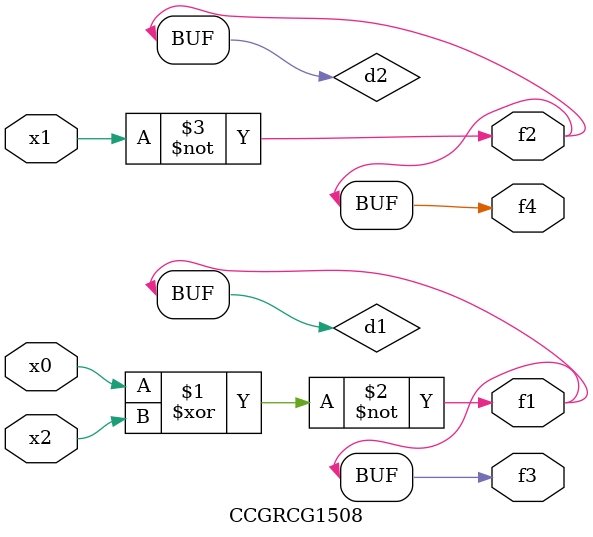
<source format=v>
module CCGRCG1508(
	input x0, x1, x2,
	output f1, f2, f3, f4
);

	wire d1, d2, d3;

	xnor (d1, x0, x2);
	nand (d2, x1);
	nor (d3, x1, x2);
	assign f1 = d1;
	assign f2 = d2;
	assign f3 = d1;
	assign f4 = d2;
endmodule

</source>
